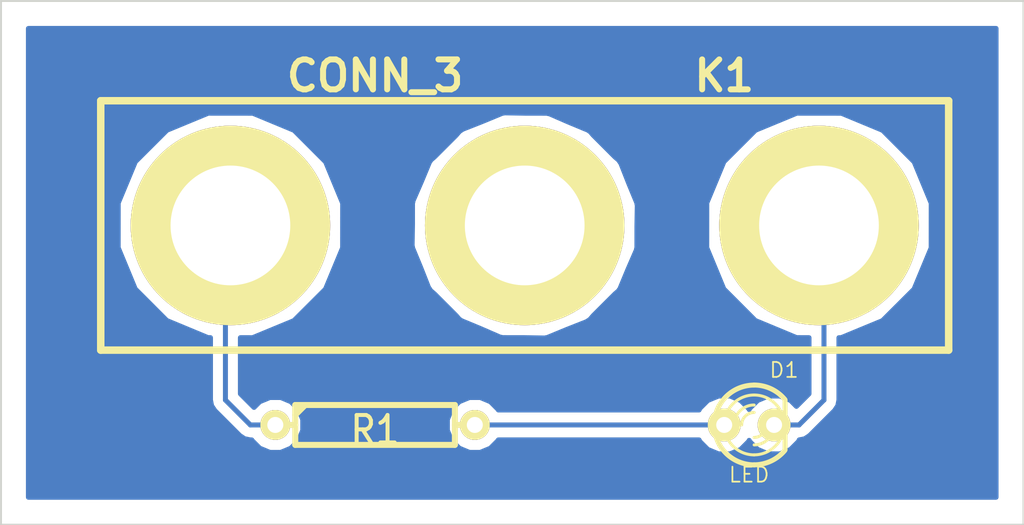
<source format=kicad_pcb>
(kicad_pcb (version 3) (host pcbnew "(22-Jun-2014 BZR 4027)-stable")

  (general
    (links 3)
    (no_connects 0)
    (area 189.179999 101.549999 241.350001 128.320001)
    (thickness 1.6)
    (drawings 4)
    (tracks 9)
    (zones 0)
    (modules 3)
    (nets 4)
  )

  (page A3)
  (layers
    (15 F.Cu signal)
    (0 B.Cu signal)
    (16 B.Adhes user)
    (17 F.Adhes user)
    (18 B.Paste user)
    (19 F.Paste user)
    (20 B.SilkS user)
    (21 F.SilkS user)
    (22 B.Mask user)
    (23 F.Mask user)
    (24 Dwgs.User user)
    (25 Cmts.User user)
    (26 Eco1.User user)
    (27 Eco2.User user)
    (28 Edge.Cuts user)
  )

  (setup
    (last_trace_width 0.254)
    (trace_clearance 0.254)
    (zone_clearance 0.508)
    (zone_45_only no)
    (trace_min 0.254)
    (segment_width 0.2)
    (edge_width 0.1)
    (via_size 0.889)
    (via_drill 0.635)
    (via_min_size 0.889)
    (via_min_drill 0.508)
    (uvia_size 0.508)
    (uvia_drill 0.127)
    (uvias_allowed no)
    (uvia_min_size 0.508)
    (uvia_min_drill 0.127)
    (pcb_text_width 0.3)
    (pcb_text_size 1.5 1.5)
    (mod_edge_width 0.15)
    (mod_text_size 1 1)
    (mod_text_width 0.15)
    (pad_size 1.5 1.5)
    (pad_drill 0.6)
    (pad_to_mask_clearance 0)
    (aux_axis_origin 0 0)
    (visible_elements FFFFFFBF)
    (pcbplotparams
      (layerselection 536838145)
      (usegerberextensions true)
      (excludeedgelayer true)
      (linewidth 0.150000)
      (plotframeref false)
      (viasonmask false)
      (mode 1)
      (useauxorigin false)
      (hpglpennumber 1)
      (hpglpenspeed 20)
      (hpglpendiameter 15)
      (hpglpenoverlay 2)
      (psnegative false)
      (psa4output false)
      (plotreference true)
      (plotvalue true)
      (plotothertext true)
      (plotinvisibletext false)
      (padsonsilk false)
      (subtractmaskfromsilk false)
      (outputformat 1)
      (mirror false)
      (drillshape 0)
      (scaleselection 1)
      (outputdirectory ""))
  )

  (net 0 "")
  (net 1 N-000002)
  (net 2 N-000003)
  (net 3 N-000004)

  (net_class Default "This is the default net class."
    (clearance 0.254)
    (trace_width 0.254)
    (via_dia 0.889)
    (via_drill 0.635)
    (uvia_dia 0.508)
    (uvia_drill 0.127)
    (add_net "")
    (add_net N-000002)
    (add_net N-000003)
    (add_net N-000004)
  )

  (module R4 (layer F.Cu) (tedit 56D5410B) (tstamp 56D54361)
    (at 208.28 123.19)
    (descr "Resitance 4 pas")
    (tags R)
    (path /56D53F21)
    (autoplace_cost180 10)
    (fp_text reference R1 (at 0 0.254) (layer F.SilkS)
      (effects (font (size 1.397 1.27) (thickness 0.2032)))
    )
    (fp_text value R (at 0 0) (layer F.SilkS) hide
      (effects (font (size 1.397 1.27) (thickness 0.2032)))
    )
    (fp_line (start -5.08 0) (end -4.064 0) (layer F.SilkS) (width 0.3048))
    (fp_line (start -4.064 0) (end -4.064 -1.016) (layer F.SilkS) (width 0.3048))
    (fp_line (start -4.064 -1.016) (end 4.064 -1.016) (layer F.SilkS) (width 0.3048))
    (fp_line (start 4.064 -1.016) (end 4.064 1.016) (layer F.SilkS) (width 0.3048))
    (fp_line (start 4.064 1.016) (end -4.064 1.016) (layer F.SilkS) (width 0.3048))
    (fp_line (start -4.064 1.016) (end -4.064 0) (layer F.SilkS) (width 0.3048))
    (fp_line (start -4.064 -0.508) (end -3.556 -1.016) (layer F.SilkS) (width 0.3048))
    (fp_line (start 5.08 0) (end 4.064 0) (layer F.SilkS) (width 0.3048))
    (pad 1 thru_hole circle (at -5.08 0) (size 1.524 1.524) (drill 0.8128)
      (layers *.Cu *.Mask F.SilkS)
      (net 1 N-000002)
    )
    (pad 2 thru_hole circle (at 5.08 0) (size 1.524 1.524) (drill 0.8128)
      (layers *.Cu *.Mask F.SilkS)
      (net 2 N-000003)
    )
    (model discret/resistor.wrl
      (at (xyz 0 0 0))
      (scale (xyz 0.4 0.4 0.4))
      (rotate (xyz 0 0 0))
    )
  )

  (module LED-3MM (layer F.Cu) (tedit 50ADE848) (tstamp 56D5406A)
    (at 227.33 123.19)
    (descr "LED 3mm - Lead pitch 100mil (2,54mm)")
    (tags "LED led 3mm 3MM 100mil 2,54mm")
    (path /56D53F30)
    (fp_text reference D1 (at 1.778 -2.794) (layer F.SilkS)
      (effects (font (size 0.762 0.762) (thickness 0.0889)))
    )
    (fp_text value LED (at 0 2.54) (layer F.SilkS)
      (effects (font (size 0.762 0.762) (thickness 0.0889)))
    )
    (fp_line (start 1.8288 1.27) (end 1.8288 -1.27) (layer F.SilkS) (width 0.254))
    (fp_arc (start 0.254 0) (end -1.27 0) (angle 39.8) (layer F.SilkS) (width 0.1524))
    (fp_arc (start 0.254 0) (end -0.88392 1.01092) (angle 41.6) (layer F.SilkS) (width 0.1524))
    (fp_arc (start 0.254 0) (end 1.4097 -0.9906) (angle 40.6) (layer F.SilkS) (width 0.1524))
    (fp_arc (start 0.254 0) (end 1.778 0) (angle 39.8) (layer F.SilkS) (width 0.1524))
    (fp_arc (start 0.254 0) (end 0.254 -1.524) (angle 54.4) (layer F.SilkS) (width 0.1524))
    (fp_arc (start 0.254 0) (end -0.9652 -0.9144) (angle 53.1) (layer F.SilkS) (width 0.1524))
    (fp_arc (start 0.254 0) (end 1.45542 0.93472) (angle 52.1) (layer F.SilkS) (width 0.1524))
    (fp_arc (start 0.254 0) (end 0.254 1.524) (angle 52.1) (layer F.SilkS) (width 0.1524))
    (fp_arc (start 0.254 0) (end -0.381 0) (angle 90) (layer F.SilkS) (width 0.1524))
    (fp_arc (start 0.254 0) (end -0.762 0) (angle 90) (layer F.SilkS) (width 0.1524))
    (fp_arc (start 0.254 0) (end 0.889 0) (angle 90) (layer F.SilkS) (width 0.1524))
    (fp_arc (start 0.254 0) (end 1.27 0) (angle 90) (layer F.SilkS) (width 0.1524))
    (fp_arc (start 0.254 0) (end 0.254 -2.032) (angle 50.1) (layer F.SilkS) (width 0.254))
    (fp_arc (start 0.254 0) (end -1.5367 -0.95504) (angle 61.9) (layer F.SilkS) (width 0.254))
    (fp_arc (start 0.254 0) (end 1.8034 1.31064) (angle 49.7) (layer F.SilkS) (width 0.254))
    (fp_arc (start 0.254 0) (end 0.254 2.032) (angle 60.2) (layer F.SilkS) (width 0.254))
    (fp_arc (start 0.254 0) (end -1.778 0) (angle 28.3) (layer F.SilkS) (width 0.254))
    (fp_arc (start 0.254 0) (end -1.47574 1.06426) (angle 31.6) (layer F.SilkS) (width 0.254))
    (pad 1 thru_hole circle (at -1.27 0) (size 1.6764 1.6764) (drill 0.8128)
      (layers *.Cu *.Mask F.SilkS)
      (net 2 N-000003)
    )
    (pad 2 thru_hole circle (at 1.27 0) (size 1.6764 1.6764) (drill 0.8128)
      (layers *.Cu *.Mask F.SilkS)
      (net 3 N-000004)
    )
    (model discret/leds/led3_vertical_verde.wrl
      (at (xyz 0 0 0))
      (scale (xyz 1 1 1))
      (rotate (xyz 0 0 0))
    )
  )

  (module 3PIN_6mm (layer F.Cu) (tedit 200000) (tstamp 56D54075)
    (at 215.9 113.03)
    (descr "module 2 pin (trou 6 mm)")
    (tags DEV)
    (path /56D53F08)
    (fp_text reference K1 (at 10.16 -7.62) (layer F.SilkS)
      (effects (font (size 1.524 1.524) (thickness 0.3048)))
    )
    (fp_text value CONN_3 (at -7.62 -7.62) (layer F.SilkS)
      (effects (font (size 1.524 1.524) (thickness 0.3048)))
    )
    (fp_line (start -21.59 -6.35) (end 21.59 -6.35) (layer F.SilkS) (width 0.381))
    (fp_line (start 21.59 -6.35) (end 21.59 6.35) (layer F.SilkS) (width 0.381))
    (fp_line (start 21.59 6.35) (end -21.59 6.35) (layer F.SilkS) (width 0.381))
    (fp_line (start -21.59 6.35) (end -21.59 -6.35) (layer F.SilkS) (width 0.381))
    (pad 1 thru_hole circle (at -14.986 0) (size 10.16 10.16) (drill 6.096)
      (layers *.Cu *.Mask F.SilkS)
      (net 1 N-000002)
    )
    (pad 3 thru_hole circle (at 14.986 0) (size 10.16 10.16) (drill 6.096)
      (layers *.Cu *.Mask F.SilkS)
      (net 3 N-000004)
    )
    (pad 2 thru_hole circle (at 0 0) (size 10.16 10.16) (drill 6.096)
      (layers *.Cu *.Mask F.SilkS)
    )
    (model "device/douille_4mm(black).wrl"
      (at (xyz 0 0 0))
      (scale (xyz 1.8 1.8 1.8))
      (rotate (xyz 0 0 0))
    )
    (model "device/douille_4mm(red).wrl"
      (at (xyz -0.59 0 0))
      (scale (xyz 1.8 1.8 1.8))
      (rotate (xyz 0 0 0))
    )
    (model "device/douille_4mm(green).wrl"
      (at (xyz 0.59 0 0))
      (scale (xyz 1.8 1.8 1.8))
      (rotate (xyz 0 0 0))
    )
  )

  (gr_line (start 189.23 128.27) (end 189.23 101.6) (angle 90) (layer Edge.Cuts) (width 0.1))
  (gr_line (start 241.3 128.27) (end 189.23 128.27) (angle 90) (layer Edge.Cuts) (width 0.1))
  (gr_line (start 241.3 101.6) (end 241.3 128.27) (angle 90) (layer Edge.Cuts) (width 0.1))
  (gr_line (start 189.23 101.6) (end 241.3 101.6) (angle 90) (layer Edge.Cuts) (width 0.1))

  (segment (start 203.2 123.19) (end 201.93 123.19) (width 0.254) (layer B.Cu) (net 1))
  (segment (start 200.66 113.284) (end 200.914 113.03) (width 0.254) (layer B.Cu) (net 1) (tstamp 56D54373))
  (segment (start 200.66 121.92) (end 200.66 113.284) (width 0.254) (layer B.Cu) (net 1) (tstamp 56D54372))
  (segment (start 201.93 123.19) (end 200.66 121.92) (width 0.254) (layer B.Cu) (net 1) (tstamp 56D54371))
  (segment (start 213.36 123.19) (end 226.06 123.19) (width 0.254) (layer B.Cu) (net 2))
  (segment (start 228.6 123.19) (end 229.87 123.19) (width 0.254) (layer B.Cu) (net 3))
  (segment (start 231.14 113.284) (end 230.886 113.03) (width 0.254) (layer B.Cu) (net 3) (tstamp 56D543BC))
  (segment (start 231.14 121.92) (end 231.14 113.284) (width 0.254) (layer B.Cu) (net 3) (tstamp 56D543BB))
  (segment (start 229.87 123.19) (end 231.14 121.92) (width 0.254) (layer B.Cu) (net 3) (tstamp 56D543BA))

  (zone (net 0) (net_name "") (layer B.Cu) (tstamp 56D54425) (hatch edge 0.508)
    (connect_pads (clearance 0.508))
    (min_thickness 0.254)
    (fill (arc_segments 16) (thermal_gap 0.508) (thermal_bridge_width 0.508))
    (polygon
      (pts
        (xy 240.03 127) (xy 190.5 127) (xy 190.5 102.87) (xy 240.03 102.87)
      )
    )
    (filled_polygon
      (pts
        (xy 239.903 126.873) (xy 236.601989 126.873) (xy 236.601989 111.898204) (xy 235.733766 109.796942) (xy 234.127514 108.187884)
        (xy 232.027771 107.315995) (xy 229.754204 107.314011) (xy 227.652942 108.182234) (xy 226.043884 109.788486) (xy 225.171995 111.888229)
        (xy 225.170011 114.161796) (xy 226.038234 116.263058) (xy 227.644486 117.872116) (xy 229.744229 118.744005) (xy 230.378 118.744558)
        (xy 230.378 121.604369) (xy 229.73781 122.244559) (xy 229.43559 121.941811) (xy 228.894323 121.717057) (xy 228.308248 121.716546)
        (xy 227.76659 121.940354) (xy 227.351811 122.35441) (xy 227.330224 122.406394) (xy 227.309646 122.35659) (xy 226.89559 121.941811)
        (xy 226.354323 121.717057) (xy 225.768248 121.716546) (xy 225.22659 121.940354) (xy 224.811811 122.35441) (xy 224.781253 122.428)
        (xy 221.633988 122.428) (xy 221.633988 111.993241) (xy 221.615946 111.947436) (xy 221.615989 111.898204) (xy 221.199982 110.89139)
        (xy 220.800764 109.877857) (xy 220.749497 109.801131) (xy 220.747766 109.796942) (xy 220.744534 109.793705) (xy 220.68764 109.708557)
        (xy 220.485547 109.534265) (xy 219.383666 108.430459) (xy 219.221443 108.24236) (xy 219.176299 108.222729) (xy 219.141514 108.187884)
        (xy 218.135367 107.770095) (xy 217.136462 107.335736) (xy 217.087241 107.334875) (xy 217.041771 107.315995) (xy 215.952374 107.315044)
        (xy 214.863241 107.296012) (xy 214.817436 107.314053) (xy 214.768204 107.314011) (xy 213.76139 107.730017) (xy 212.747857 108.129236)
        (xy 212.671131 108.180502) (xy 212.666942 108.182234) (xy 212.663705 108.185465) (xy 212.578557 108.24236) (xy 212.404265 108.444452)
        (xy 211.300459 109.546333) (xy 211.11236 109.708557) (xy 211.092729 109.7537) (xy 211.057884 109.788486) (xy 210.640095 110.794632)
        (xy 210.205736 111.793538) (xy 210.204875 111.842758) (xy 210.185995 111.888229) (xy 210.185044 112.977625) (xy 210.166012 114.066759)
        (xy 210.184053 114.112563) (xy 210.184011 114.161796) (xy 210.600017 115.168609) (xy 210.999236 116.182143) (xy 211.050502 116.258868)
        (xy 211.052234 116.263058) (xy 211.055465 116.266294) (xy 211.11236 116.351443) (xy 211.314452 116.525734) (xy 212.416333 117.62954)
        (xy 212.578557 117.81764) (xy 212.6237 117.83727) (xy 212.658486 117.872116) (xy 213.664632 118.289904) (xy 214.663538 118.724264)
        (xy 214.712758 118.725124) (xy 214.758229 118.744005) (xy 215.847625 118.744955) (xy 216.936759 118.763988) (xy 216.982563 118.745946)
        (xy 217.031796 118.745989) (xy 218.038609 118.329982) (xy 219.052143 117.930764) (xy 219.128868 117.879497) (xy 219.133058 117.877766)
        (xy 219.136294 117.874534) (xy 219.221443 117.81764) (xy 219.395734 117.615547) (xy 220.49954 116.513666) (xy 220.68764 116.351443)
        (xy 220.70727 116.306299) (xy 220.742116 116.271514) (xy 221.159904 115.265367) (xy 221.594264 114.266462) (xy 221.595124 114.217241)
        (xy 221.614005 114.171771) (xy 221.614955 113.082374) (xy 221.633988 111.993241) (xy 221.633988 122.428) (xy 214.556703 122.428)
        (xy 214.545009 122.399697) (xy 214.15237 122.006372) (xy 213.639099 121.793244) (xy 213.083339 121.792759) (xy 212.569697 122.004991)
        (xy 212.176372 122.39763) (xy 211.963244 122.910901) (xy 211.962759 123.466661) (xy 212.174991 123.980303) (xy 212.56763 124.373628)
        (xy 213.080901 124.586756) (xy 213.636661 124.587241) (xy 214.150303 124.375009) (xy 214.543628 123.98237) (xy 214.556238 123.952)
        (xy 224.780848 123.952) (xy 224.810354 124.02341) (xy 225.22441 124.438189) (xy 225.765677 124.662943) (xy 226.351752 124.663454)
        (xy 226.89341 124.439646) (xy 227.308189 124.02559) (xy 227.329775 123.973605) (xy 227.350354 124.02341) (xy 227.76441 124.438189)
        (xy 228.305677 124.662943) (xy 228.891752 124.663454) (xy 229.43341 124.439646) (xy 229.848189 124.02559) (xy 229.879533 123.950103)
        (xy 230.161604 123.893996) (xy 230.161605 123.893996) (xy 230.408815 123.728815) (xy 231.678815 122.458816) (xy 231.678815 122.458815)
        (xy 231.843996 122.211605) (xy 231.901999 121.92) (xy 231.902 121.92) (xy 231.902 118.745887) (xy 232.017796 118.745989)
        (xy 234.119058 117.877766) (xy 235.728116 116.271514) (xy 236.600005 114.171771) (xy 236.601989 111.898204) (xy 236.601989 126.873)
        (xy 206.629989 126.873) (xy 206.629989 111.898204) (xy 205.761766 109.796942) (xy 204.155514 108.187884) (xy 202.055771 107.315995)
        (xy 199.782204 107.314011) (xy 197.680942 108.182234) (xy 196.071884 109.788486) (xy 195.199995 111.888229) (xy 195.198011 114.161796)
        (xy 196.066234 116.263058) (xy 197.672486 117.872116) (xy 199.772229 118.744005) (xy 199.898 118.744114) (xy 199.898 121.92)
        (xy 199.956004 122.211605) (xy 200.121185 122.458815) (xy 201.391184 123.728815) (xy 201.391185 123.728815) (xy 201.638395 123.893996)
        (xy 201.93 123.952) (xy 202.003296 123.952) (xy 202.014991 123.980303) (xy 202.40763 124.373628) (xy 202.920901 124.586756)
        (xy 203.476661 124.587241) (xy 203.990303 124.375009) (xy 204.383628 123.98237) (xy 204.596756 123.469099) (xy 204.597241 122.913339)
        (xy 204.385009 122.399697) (xy 203.99237 122.006372) (xy 203.479099 121.793244) (xy 202.923339 121.792759) (xy 202.409697 122.004991)
        (xy 202.115903 122.298272) (xy 201.422 121.604369) (xy 201.422 118.745444) (xy 202.045796 118.745989) (xy 204.147058 117.877766)
        (xy 205.756116 116.271514) (xy 206.628005 114.171771) (xy 206.629989 111.898204) (xy 206.629989 126.873) (xy 190.627 126.873)
        (xy 190.627 102.997) (xy 239.903 102.997) (xy 239.903 126.873)
      )
    )
  )
)

</source>
